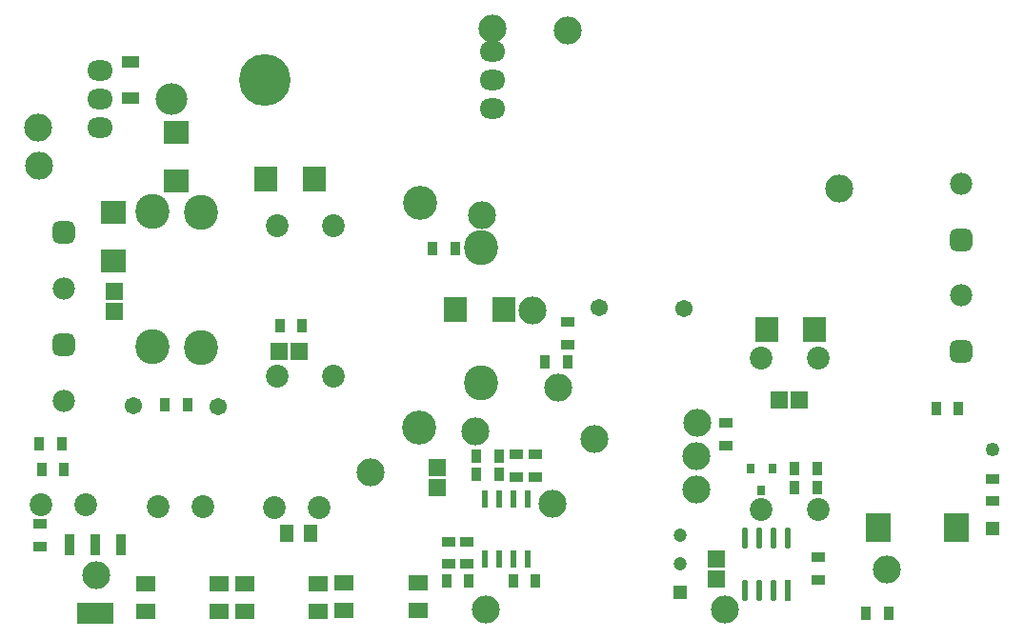
<source format=gbr>
%TF.GenerationSoftware,Altium Limited,Altium Designer,21.6.4 (81)*%
G04 Layer_Color=16711935*
%FSLAX43Y43*%
%MOMM*%
%TF.SameCoordinates,100B324C-8CEB-4A13-B8D1-7C84912F4746*%
%TF.FilePolarity,Negative*%
%TF.FileFunction,Soldermask,Bot*%
%TF.Part,Single*%
G01*
G75*
%TA.AperFunction,TestPad*%
%ADD42R,1.200X1.200*%
%ADD43C,1.200*%
%ADD44R,1.250X1.250*%
%ADD45C,1.250*%
%TA.AperFunction,SMDPad,CuDef*%
%ADD49R,0.800X0.900*%
%ADD60R,0.543X1.874*%
G04:AMPARAMS|DCode=61|XSize=1.874mm|YSize=0.543mm|CornerRadius=0.272mm|HoleSize=0mm|Usage=FLASHONLY|Rotation=90.000|XOffset=0mm|YOffset=0mm|HoleType=Round|Shape=RoundedRectangle|*
%AMROUNDEDRECTD61*
21,1,1.874,0.000,0,0,90.0*
21,1,1.331,0.543,0,0,90.0*
1,1,0.543,0.000,0.665*
1,1,0.543,0.000,-0.665*
1,1,0.543,0.000,-0.665*
1,1,0.543,0.000,0.665*
%
%ADD61ROUNDEDRECTD61*%
%ADD62R,1.556X1.505*%
%ADD63R,1.207X1.508*%
%ADD65R,1.505X1.556*%
%ADD81R,0.830X1.280*%
%ADD82R,0.620X1.520*%
%ADD83R,2.220X2.520*%
%ADD84R,1.280X0.830*%
%TA.AperFunction,TestPad*%
%ADD85R,2.020X2.320*%
%TA.AperFunction,SMDPad,CuDef*%
%ADD86R,2.320X2.020*%
%ADD87R,1.820X1.470*%
%ADD88R,1.620X1.020*%
%TA.AperFunction,ConnectorPad*%
%ADD89R,3.270X1.920*%
%ADD90R,0.970X1.920*%
%TA.AperFunction,SMDPad,CuDef*%
%ADD91R,2.020X2.320*%
%TA.AperFunction,ComponentPad*%
%ADD92C,2.020*%
%TA.AperFunction,TestPad*%
%ADD93C,2.020*%
%ADD94C,2.489*%
%TA.AperFunction,ComponentPad*%
%ADD95C,3.020*%
%TA.AperFunction,TestPad*%
%ADD96C,1.544*%
%TA.AperFunction,ComponentPad*%
%ADD97C,2.489*%
%ADD98O,3.020X3.120*%
%TA.AperFunction,TestPad*%
G04:AMPARAMS|DCode=99|XSize=1.97mm|YSize=1.97mm|CornerRadius=0.497mm|HoleSize=0mm|Usage=FLASHONLY|Rotation=270.000|XOffset=0mm|YOffset=0mm|HoleType=Round|Shape=RoundedRectangle|*
%AMROUNDEDRECTD99*
21,1,1.970,0.975,0,0,270.0*
21,1,0.975,1.970,0,0,270.0*
1,1,0.995,-0.488,-0.488*
1,1,0.995,-0.488,0.488*
1,1,0.995,0.488,0.488*
1,1,0.995,0.488,-0.488*
%
%ADD99ROUNDEDRECTD99*%
%ADD100C,1.970*%
%ADD101O,2.306X1.798*%
%ADD102C,4.592*%
%TA.AperFunction,ComponentPad*%
%ADD103C,2.814*%
%ADD104O,2.306X1.798*%
D42*
X60286Y3119D02*
D03*
D43*
Y5659D02*
D03*
Y8199D02*
D03*
D44*
X88036Y8769D02*
D03*
D45*
Y15869D02*
D03*
D49*
X66553Y14173D02*
D03*
X68453D02*
D03*
X67503Y12173D02*
D03*
D60*
X69799Y3293D02*
D03*
D61*
X68529D02*
D03*
X67259D02*
D03*
X65989D02*
D03*
Y7925D02*
D03*
X67259D02*
D03*
X68529D02*
D03*
X69799D02*
D03*
D62*
X63491Y6119D02*
D03*
Y4317D02*
D03*
X9982Y29882D02*
D03*
Y28081D02*
D03*
X38710Y14261D02*
D03*
Y12460D02*
D03*
D63*
X25289Y8357D02*
D03*
X27391D02*
D03*
D65*
X69051Y20269D02*
D03*
X70852D02*
D03*
X26428Y24587D02*
D03*
X24626D02*
D03*
D81*
X50274Y23597D02*
D03*
X48274D02*
D03*
X70447Y12487D02*
D03*
X72447D02*
D03*
X42180Y15214D02*
D03*
X44180D02*
D03*
Y13644D02*
D03*
X42180D02*
D03*
X78800Y1274D02*
D03*
X76800D02*
D03*
X72447Y14173D02*
D03*
X70447D02*
D03*
X85023Y19456D02*
D03*
X83023D02*
D03*
X14469Y19787D02*
D03*
X16469D02*
D03*
X5318Y16332D02*
D03*
X3318D02*
D03*
X47431Y4179D02*
D03*
X45431D02*
D03*
X5500Y14071D02*
D03*
X3500D02*
D03*
X38268Y33738D02*
D03*
X40268D02*
D03*
X41488Y4154D02*
D03*
X39488D02*
D03*
X24679Y26848D02*
D03*
X26679D02*
D03*
D82*
X42901Y11467D02*
D03*
X44171D02*
D03*
X45441D02*
D03*
X46711D02*
D03*
X42901Y6067D02*
D03*
X44171D02*
D03*
X45441D02*
D03*
X46711D02*
D03*
D83*
X84781Y8915D02*
D03*
X77881D02*
D03*
D84*
X64338Y18200D02*
D03*
Y16200D02*
D03*
X47396Y13406D02*
D03*
Y15406D02*
D03*
X39725Y7655D02*
D03*
Y5655D02*
D03*
X41300Y7659D02*
D03*
Y5659D02*
D03*
X3400Y9193D02*
D03*
Y7193D02*
D03*
X88074Y13243D02*
D03*
Y11243D02*
D03*
X72543Y6235D02*
D03*
Y4235D02*
D03*
X45669Y15406D02*
D03*
Y13406D02*
D03*
X50274Y27162D02*
D03*
Y25162D02*
D03*
D85*
X67929Y26543D02*
D03*
X72229D02*
D03*
D86*
X9906Y32588D02*
D03*
Y36888D02*
D03*
X15443Y39735D02*
D03*
Y44035D02*
D03*
D87*
X19328Y1467D02*
D03*
X12778D02*
D03*
X19328Y3917D02*
D03*
X12778D02*
D03*
X28116Y1467D02*
D03*
X21566D02*
D03*
X28116Y3917D02*
D03*
X21566D02*
D03*
X36955Y1520D02*
D03*
X30405D02*
D03*
X36955Y3970D02*
D03*
X30405D02*
D03*
D88*
X11430Y47066D02*
D03*
Y50266D02*
D03*
D89*
X8255Y1301D02*
D03*
D90*
X10555Y7401D02*
D03*
X8255D02*
D03*
X5955D02*
D03*
D91*
X23428Y39853D02*
D03*
X27728D02*
D03*
X40287Y28256D02*
D03*
X44587D02*
D03*
D92*
X28194Y10693D02*
D03*
X24194D02*
D03*
X29486Y22384D02*
D03*
X24486D02*
D03*
X17868Y10744D02*
D03*
X13868D02*
D03*
X7417Y10947D02*
D03*
X3417D02*
D03*
X24486Y35738D02*
D03*
X29486D02*
D03*
D93*
X67500Y10500D02*
D03*
X72500D02*
D03*
Y24000D02*
D03*
X67500D02*
D03*
D94*
X61722Y12294D02*
D03*
X47158Y28198D02*
D03*
X42062Y17404D02*
D03*
X48946Y11049D02*
D03*
X52603Y16789D02*
D03*
X3226Y44475D02*
D03*
X32741Y13792D02*
D03*
X49454Y21311D02*
D03*
X78613Y5159D02*
D03*
X64237Y1614D02*
D03*
X74371Y39065D02*
D03*
X8382Y4695D02*
D03*
X3293Y41097D02*
D03*
X61747Y18236D02*
D03*
X43025Y1602D02*
D03*
D95*
X37059Y17811D02*
D03*
X37109Y37786D02*
D03*
D96*
X11693Y19694D02*
D03*
X19193Y19669D02*
D03*
X53061Y28423D02*
D03*
X60561Y28398D02*
D03*
D97*
X50241Y53111D02*
D03*
X43580Y53238D02*
D03*
X42674Y36624D02*
D03*
X61722Y15265D02*
D03*
D98*
X42570Y21788D02*
D03*
Y33788D02*
D03*
X17678Y24886D02*
D03*
Y36886D02*
D03*
X13335Y36963D02*
D03*
Y24963D02*
D03*
D99*
X5500Y25171D02*
D03*
X5500Y35175D02*
D03*
X85234Y34497D02*
D03*
X85234Y24515D02*
D03*
D100*
X5500Y20171D02*
D03*
X5500Y30175D02*
D03*
X85234Y39497D02*
D03*
X85234Y29515D02*
D03*
D101*
X43557Y51232D02*
D03*
Y48692D02*
D03*
Y46152D02*
D03*
D102*
X23364Y48692D02*
D03*
D103*
X15037Y47015D02*
D03*
D104*
X8687Y44475D02*
D03*
Y47015D02*
D03*
Y49555D02*
D03*
%TF.MD5,d901875fa18686c8881e3811770df171*%
M02*

</source>
